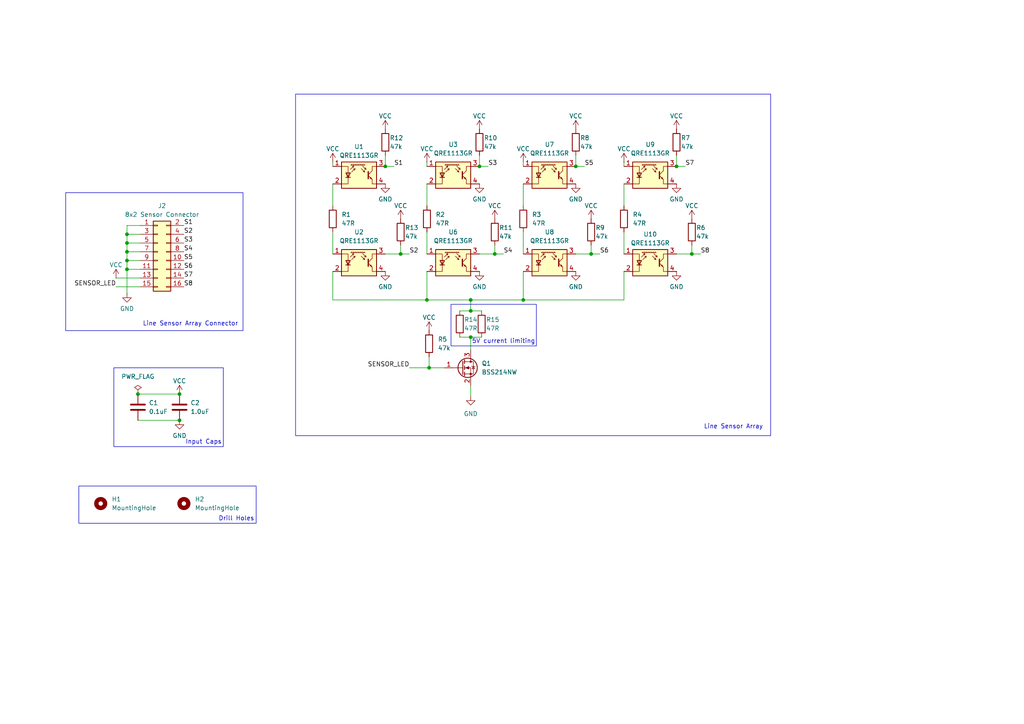
<source format=kicad_sch>
(kicad_sch (version 20231120) (generator "eeschema") (generator_version "8.0")
  (paper "A4")
  (title_block (title "8x Line Sensor Array") (date "2025-03-24") (rev "1") (comment 1 "Designed by Maurice Blake") (comment 2 "EGB220-A10 Sensor Array"))
  (lib_symbols
    (symbol "Connector_Generic:Conn_02x08_Odd_Even" (pin_names (offset 1.016) hide)
      (property "Reference" "J" (at 1.27 10.16 0))
      (property "Value" "Conn_02x08_Odd_Even" (at 1.27 -12.7 0))
      (symbol "Conn_02x08_Odd_Even_1_1"
        (rectangle (start -1.27 -10.033) (end 0 -10.287) (stroke (width 0.1524)))
        (rectangle (start -1.27 -7.493) (end 0 -7.747) (stroke (width 0.1524)))
        (rectangle (start -1.27 -4.953) (end 0 -5.207) (stroke (width 0.1524)))
        (rectangle (start -1.27 -2.413) (end 0 -2.667) (stroke (width 0.1524)))
        (rectangle (start -1.27 0.127) (end 0 -0.127) (stroke (width 0.1524)))
        (rectangle (start -1.27 2.667) (end 0 2.413) (stroke (width 0.1524)))
        (rectangle (start -1.27 5.207) (end 0 4.953) (stroke (width 0.1524)))
        (rectangle (start -1.27 7.747) (end 0 7.493) (stroke (width 0.1524)))
        (rectangle (start -1.27 8.89) (end 3.81 -11.43) (stroke (width 0.254)) (fill (type background)))
        (rectangle (start 3.81 -10.033) (end 2.54 -10.287) (stroke (width 0.1524)))
        (rectangle (start 3.81 -7.493) (end 2.54 -7.747) (stroke (width 0.1524)))
        (rectangle (start 3.81 -4.953) (end 2.54 -5.207) (stroke (width 0.1524)))
        (rectangle (start 3.81 -2.413) (end 2.54 -2.667) (stroke (width 0.1524)))
        (rectangle (start 3.81 0.127) (end 2.54 -0.127) (stroke (width 0.1524)))
        (rectangle (start 3.81 2.667) (end 2.54 2.413) (stroke (width 0.1524)))
        (rectangle (start 3.81 5.207) (end 2.54 4.953) (stroke (width 0.1524)))
        (rectangle (start 3.81 7.747) (end 2.54 7.493) (stroke (width 0.1524)))
        (pin passive line (at -5.08 7.62 0) (length 3.81) (name "Pin_1") (number "1"))
        (pin passive line (at 7.62 -2.54 180) (length 3.81) (name "Pin_10") (number "10"))
        (pin passive line (at -5.08 -5.08 0) (length 3.81) (name "Pin_11") (number "11"))
        (pin passive line (at 7.62 -5.08 180) (length 3.81) (name "Pin_12") (number "12"))
        (pin passive line (at -5.08 -7.62 0) (length 3.81) (name "Pin_13") (number "13"))
        (pin passive line (at 7.62 -7.62 180) (length 3.81) (name "Pin_14") (number "14"))
        (pin passive line (at -5.08 -10.16 0) (length 3.81) (name "Pin_15") (number "15"))
        (pin passive line (at 7.62 -10.16 180) (length 3.81) (name "Pin_16") (number "16"))
        (pin passive line (at 7.62 7.62 180) (length 3.81) (name "Pin_2") (number "2"))
        (pin passive line (at -5.08 5.08 0) (length 3.81) (name "Pin_3") (number "3"))
        (pin passive line (at 7.62 5.08 180) (length 3.81) (name "Pin_4") (number "4"))
        (pin passive line (at -5.08 2.54 0) (length 3.81) (name "Pin_5") (number "5"))
        (pin passive line (at 7.62 2.54 180) (length 3.81) (name "Pin_6") (number "6"))
        (pin passive line (at -5.08 0 0) (length 3.81) (name "Pin_7") (number "7"))
        (pin passive line (at 7.62 0 180) (length 3.81) (name "Pin_8") (number "8"))
        (pin passive line (at -5.08 -2.54 0) (length 3.81) (name "Pin_9") (number "9"))
      )
    )
    (symbol "Device:C" (pin_numbers hide) (pin_names (offset 0.254))
      (property "Reference" "C" (at 0.635 2.54 0))
      (property "Value" "C" (at 0.635 -2.54 0))
      (symbol "C_0_1"
        (polyline (pts (xy -2.032 -0.762) (xy 2.032 -0.762)) (stroke (width 0.508)))
        (polyline (pts (xy -2.032 0.762) (xy 2.032 0.762)) (stroke (width 0.508)))
      )
      (symbol "C_1_1"
        (pin passive line (at 0 3.81 270) (length 2.794) (name "~") (number "1"))
        (pin passive line (at 0 -3.81 90) (length 2.794) (name "~") (number "2"))
      )
    )
    (symbol "Device:R" (pin_numbers hide) (pin_names (offset 0))
      (property "Reference" "R" (at 2.032 0 90))
      (property "Value" "R" (at 0 0 90))
      (symbol "R_0_1"
        (rectangle (start -1.016 -2.54) (end 1.016 2.54) (stroke (width 0.254)))
      )
      (symbol "R_1_1"
        (pin passive line (at 0 3.81 270) (length 1.27) (name "~") (number "1"))
        (pin passive line (at 0 -3.81 90) (length 1.27) (name "~") (number "2"))
      )
    )
    (symbol "Mechanical:MountingHole" (pin_names (offset 1.016)) (exclude_from_sim yes) (in_bom no)
      (property "Reference" "H" (at 0 5.08 0))
      (property "Value" "MountingHole" (at 0 3.175 0))
      (symbol "MountingHole_0_1"
        (circle (center 0 0) (radius 1.27) (stroke (width 1.27)))
      )
    )
    (symbol "Sensor_Proximity:QRE1113GR" (pin_names (offset 0.0254) hide)
      (property "Reference" "U" (at -3.81 5.08 0))
      (property "Value" "QRE1113GR" (at 11.43 5.08 0))
      (symbol "QRE1113GR_0_1"
        (polyline (pts (xy -3.81 -0.635) (xy -2.54 -0.635)) (stroke (width 0.254)))
        (polyline (pts (xy -2.286 2.921) (xy -2.032 3.175)))
        (polyline (pts (xy -1.778 2.921) (xy -1.524 3.175)))
        (polyline (pts (xy -1.524 2.667) (xy -1.651 2.159)))
        (polyline (pts (xy -1.27 2.921) (xy -1.016 3.175)))
        (polyline (pts (xy -1.143 1.905) (xy -1.27 1.397)))
        (polyline (pts (xy -0.762 2.921) (xy -0.508 3.175)))
        (polyline (pts (xy -0.254 2.921) (xy 0 3.175)))
        (polyline (pts (xy 0.254 2.921) (xy 0.508 3.175)))
        (polyline (pts (xy 0.762 2.921) (xy 1.016 3.175)))
        (polyline (pts (xy 1.27 2.921) (xy 1.524 3.175)))
        (polyline (pts (xy 1.651 0.889) (xy 1.143 1.016)))
        (polyline (pts (xy 1.778 2.921) (xy -2.413 2.921)))
        (polyline (pts (xy 2.032 1.651) (xy 1.524 1.778)))
        (polyline (pts (xy 2.667 -0.127) (xy 3.81 -1.27)))
        (polyline (pts (xy 2.667 0.127) (xy 3.81 1.27)))
        (polyline (pts (xy -2.54 1.651) (xy -1.524 2.667) (xy -2.032 2.54)))
        (polyline (pts (xy -2.159 0.889) (xy -1.143 1.905) (xy -1.651 1.778)))
        (polyline (pts (xy 0.635 1.905) (xy 1.651 0.889) (xy 1.524 1.397)))
        (polyline (pts (xy 1.016 2.667) (xy 2.032 1.651) (xy 1.905 2.159)))
        (polyline (pts (xy 2.667 1.016) (xy 2.667 -1.016) (xy 2.667 -1.016)) (stroke (width 0.3556)))
        (polyline (pts (xy 3.81 -1.27) (xy 3.81 -2.54) (xy 5.08 -2.54)))
        (polyline (pts (xy 3.81 1.27) (xy 3.81 2.54) (xy 5.08 2.54)))
        (polyline (pts (xy -5.08 -2.54) (xy -3.175 -2.54) (xy -3.175 2.54) (xy -5.08 2.54)))
        (polyline (pts (xy -3.175 -0.635) (xy -3.81 0.635) (xy -2.54 0.635) (xy -3.175 -0.635)) (stroke (width 0.254)))
        (polyline (pts (xy 3.683 -1.143) (xy 3.429 -0.635) (xy 3.175 -0.889) (xy 3.683 -1.143)))
        (polyline (pts (xy -5.08 -3.81) (xy 5.08 -3.81) (xy 5.08 3.81) (xy -5.08 3.81) (xy -5.08 -3.81)) (stroke (width 0.254)) (fill (type background)))
      )
      (symbol "QRE1113GR_1_1"
        (pin passive line (at -7.62 2.54 0) (length 2.54) (name "A") (number "1"))
        (pin passive line (at -7.62 -2.54 0) (length 2.54) (name "K") (number "2"))
        (pin open_collector line (at 7.62 2.54 180) (length 2.54) (name "~") (number "3"))
        (pin open_emitter line (at 7.62 -2.54 180) (length 2.54) (name "~") (number "4"))
      )
    )
    (symbol "Transistor_FET:BSS214NW" (pin_names hide)
      (property "Reference" "Q" (at 5.08 1.905 0))
      (property "Value" "BSS214NW" (at 5.08 0 0))
      (symbol "BSS214NW_0_1"
        (polyline (pts (xy 0.254 0) (xy -2.54 0)))
        (polyline (pts (xy 0.254 1.905) (xy 0.254 -1.905)) (stroke (width 0.254)))
        (polyline (pts (xy 0.762 -1.27) (xy 0.762 -2.286)) (stroke (width 0.254)))
        (polyline (pts (xy 0.762 0.508) (xy 0.762 -0.508)) (stroke (width 0.254)))
        (polyline (pts (xy 0.762 2.286) (xy 0.762 1.27)) (stroke (width 0.254)))
        (polyline (pts (xy 2.54 2.54) (xy 2.54 1.778)))
        (polyline (pts (xy 2.54 -2.54) (xy 2.54 0) (xy 0.762 0)))
        (polyline (pts (xy 0.762 -1.778) (xy 3.302 -1.778) (xy 3.302 1.778) (xy 0.762 1.778)))
        (polyline (pts (xy 1.016 0) (xy 2.032 0.381) (xy 2.032 -0.381) (xy 1.016 0)) (fill (type outline)))
        (polyline (pts (xy 2.794 0.508) (xy 2.921 0.381) (xy 3.683 0.381) (xy 3.81 0.254)))
        (polyline (pts (xy 3.302 0.381) (xy 2.921 -0.254) (xy 3.683 -0.254) (xy 3.302 0.381)))
        (circle (center 1.651 0) (radius 2.794) (stroke (width 0.254)))
        (circle (center 2.54 -1.778) (radius 0.254) (fill (type outline)))
        (circle (center 2.54 1.778) (radius 0.254) (fill (type outline)))
      )
      (symbol "BSS214NW_1_1"
        (pin input line (at -5.08 0 0) (length 2.54) (name "G") (number "1"))
        (pin passive line (at 2.54 -5.08 90) (length 2.54) (name "S") (number "2"))
        (pin passive line (at 2.54 5.08 270) (length 2.54) (name "D") (number "3"))
      )
    )
    (symbol "power:GND" (power) (pin_numbers hide) (pin_names (offset 0) hide)
      (property "Value" "GND" (at 0 -3.81 0))
      (symbol "GND_0_1"
        (polyline (pts (xy 0 0) (xy 0 -1.27) (xy 1.27 -1.27) (xy 0 -2.54) (xy -1.27 -1.27) (xy 0 -1.27)))
      )
      (symbol "GND_1_1"
        (pin power_in line (at 0 0 270) (length 0) (name "~") (number "1"))
      )
    )
    (symbol "power:PWR_FLAG" (power) (pin_numbers hide) (pin_names (offset 0) hide)
      (property "Value" "PWR_FLAG" (at 0 3.81 0))
      (symbol "PWR_FLAG_0_0"
        (pin power_out line (at 0 0 90) (length 0) (name "~") (number "1"))
      )
      (symbol "PWR_FLAG_0_1"
        (polyline (pts (xy 0 0) (xy 0 1.27) (xy -1.016 1.905) (xy 0 2.54) (xy 1.016 1.905) (xy 0 1.27)))
      )
    )
    (symbol "power:VCC" (power) (pin_numbers hide) (pin_names (offset 0) hide)
      (property "Value" "VCC" (at 0 3.556 0))
      (symbol "VCC_0_1"
        (polyline (pts (xy -0.762 1.27) (xy 0 2.54)))
        (polyline (pts (xy 0 0) (xy 0 2.54)))
        (polyline (pts (xy 0 2.54) (xy 0.762 1.27)))
      )
      (symbol "VCC_1_1"
        (pin power_in line (at 0 0 90) (length 0) (name "~") (number "1"))
      )
    )
  )
  (junction (at 171.45 73.66))
  (junction (at 111.76 48.26))
  (junction (at 136.525 86.995))
  (junction (at 36.83 70.485))
  (junction (at 200.66 73.66))
  (junction (at 136.525 97.79))
  (junction (at 139.065 48.26))
  (junction (at 116.205 73.66))
  (junction (at 123.825 86.995))
  (junction (at 167.005 48.26))
  (junction (at 151.765 86.995))
  (junction (at 40.005 114.3))
  (junction (at 36.83 75.565))
  (junction (at 196.215 48.26))
  (junction (at 143.51 73.66))
  (junction (at 36.83 67.945))
  (junction (at 36.83 78.105))
  (junction (at 52.07 121.92))
  (junction (at 36.83 73.025))
  (junction (at 52.07 114.3))
  (junction (at 136.525 90.17))
  (junction (at 124.46 106.68))
  (wire (pts (xy 136.525 86.995) (xy 151.765 86.995)))
  (wire (pts (xy 133.35 90.17) (xy 136.525 90.17)))
  (wire (pts (xy 171.45 73.66) (xy 173.99 73.66)))
  (wire (pts (xy 167.005 48.26) (xy 169.545 48.26)))
  (wire (pts (xy 123.825 46.99) (xy 123.825 48.26)))
  (wire (pts (xy 151.765 78.74) (xy 151.765 86.995)))
  (wire (pts (xy 196.215 45.085) (xy 196.215 48.26)))
  (wire (pts (xy 136.525 97.79) (xy 139.7 97.79)))
  (wire (pts (xy 143.51 73.66) (xy 146.05 73.66)))
  (wire (pts (xy 36.83 65.405) (xy 40.64 65.405)))
  (wire (pts (xy 133.35 97.79) (xy 136.525 97.79)))
  (wire (pts (xy 136.525 114.935) (xy 136.525 111.76)))
  (wire (pts (xy 40.64 73.025) (xy 36.83 73.025)))
  (wire (pts (xy 136.525 86.995) (xy 136.525 90.17)))
  (wire (pts (xy 111.76 45.085) (xy 111.76 48.26)))
  (wire (pts (xy 151.765 67.31) (xy 151.765 73.66)))
  (wire (pts (xy 124.46 106.68) (xy 124.46 103.505)))
  (wire (pts (xy 180.975 53.34) (xy 180.975 59.69)))
  (wire (pts (xy 136.525 90.17) (xy 139.7 90.17)))
  (wire (pts (xy 123.825 86.995) (xy 136.525 86.995)))
  (wire (pts (xy 36.83 70.485) (xy 40.64 70.485)))
  (wire (pts (xy 200.66 73.66) (xy 203.2 73.66)))
  (wire (pts (xy 167.005 45.085) (xy 167.005 48.26)))
  (wire (pts (xy 180.975 86.995) (xy 151.765 86.995)))
  (wire (pts (xy 171.45 73.66) (xy 167.005 73.66)))
  (wire (pts (xy 40.005 114.3) (xy 52.07 114.3)))
  (wire (pts (xy 139.065 73.66) (xy 143.51 73.66)))
  (wire (pts (xy 123.825 78.74) (xy 123.825 86.995)))
  (wire (pts (xy 180.975 67.31) (xy 180.975 73.66)))
  (wire (pts (xy 171.45 71.12) (xy 171.45 73.66)))
  (wire (pts (xy 111.76 73.66) (xy 116.205 73.66)))
  (wire (pts (xy 128.905 106.68) (xy 124.46 106.68)))
  (wire (pts (xy 200.66 73.66) (xy 196.215 73.66)))
  (wire (pts (xy 180.975 78.74) (xy 180.975 86.995)))
  (wire (pts (xy 36.83 70.485) (xy 36.83 73.025)))
  (wire (pts (xy 116.205 73.66) (xy 118.745 73.66)))
  (wire (pts (xy 96.52 86.995) (xy 123.825 86.995)))
  (wire (pts (xy 36.83 67.945) (xy 40.64 67.945)))
  (wire (pts (xy 36.83 73.025) (xy 36.83 75.565)))
  (wire (pts (xy 136.525 97.79) (xy 136.525 101.6)))
  (wire (pts (xy 96.52 67.31) (xy 96.52 73.66)))
  (wire (pts (xy 33.655 80.645) (xy 40.64 80.645)))
  (wire (pts (xy 36.83 75.565) (xy 40.64 75.565)))
  (wire (pts (xy 96.52 46.99) (xy 96.52 48.26)))
  (wire (pts (xy 40.005 121.92) (xy 52.07 121.92)))
  (wire (pts (xy 180.975 46.99) (xy 180.975 48.26)))
  (wire (pts (xy 151.765 53.34) (xy 151.765 59.69)))
  (wire (pts (xy 151.765 46.99) (xy 151.765 48.26)))
  (wire (pts (xy 139.065 48.26) (xy 141.605 48.26)))
  (wire (pts (xy 123.825 67.31) (xy 123.825 73.66)))
  (wire (pts (xy 118.745 106.68) (xy 124.46 106.68)))
  (wire (pts (xy 36.83 78.105) (xy 40.64 78.105)))
  (wire (pts (xy 139.065 45.085) (xy 139.065 48.26)))
  (wire (pts (xy 200.66 71.12) (xy 200.66 73.66)))
  (wire (pts (xy 33.655 83.185) (xy 40.64 83.185)))
  (wire (pts (xy 36.83 67.945) (xy 36.83 65.405)))
  (wire (pts (xy 196.215 48.26) (xy 198.755 48.26)))
  (wire (pts (xy 116.205 71.12) (xy 116.205 73.66)))
  (wire (pts (xy 114.3 48.26) (xy 111.76 48.26)))
  (wire (pts (xy 36.83 70.485) (xy 36.83 67.945)))
  (wire (pts (xy 36.83 78.105) (xy 36.83 85.09)))
  (wire (pts (xy 143.51 71.12) (xy 143.51 73.66)))
  (wire (pts (xy 36.83 75.565) (xy 36.83 78.105)))
  (wire (pts (xy 123.825 53.34) (xy 123.825 59.69)))
  (wire (pts (xy 96.52 53.34) (xy 96.52 59.69)))
  (wire (pts (xy 96.52 78.74) (xy 96.52 86.995)))
  (rectangle (start 33.02 106.68) (end 64.77 129.54))
  (rectangle (start 130.81 88.265) (end 155.575 100.33))
  (rectangle (start 22.86 140.97) (end 74.295 151.765))
  (rectangle (start 19.05 55.88) (end 70.485 95.885))
  (rectangle (start 85.725 27.305) (end 223.52 126.365))
  (text "Input Caps\n" (at 59.055 128.27 0) (effects (font (size 1.27 1.27))))
  (text "5V current limiting" (at 146.05 99.06 0) (effects (font (size 1.27 1.27))))
  (text "Line Sensor Array Connector\n" (at 55.245 93.98 0) (effects (font (size 1.27 1.27))))
  (text "Drill Holes\n" (at 68.58 150.495 0) (effects (font (size 1.27 1.27))))
  (text "Line Sensor Array" (at 212.725 123.825 0) (effects (font (size 1.27 1.27))))
  (label "S1" (at 114.3 48.26 0))
  (label "S8" (at 53.34 83.185 0))
  (label "S2" (at 118.745 73.66 0))
  (label "S6" (at 53.34 78.105 0))
  (label "S7" (at 198.755 48.26 0))
  (label "S5" (at 53.34 75.565 0))
  (label "S3" (at 141.605 48.26 0))
  (label "SENSOR_LED" (at 118.745 106.68 180))
  (label "S3" (at 53.34 70.485 0))
  (label "S5" (at 169.545 48.26 0))
  (label "S6" (at 173.99 73.66 0))
  (label "S7" (at 53.34 80.645 0))
  (label "S2" (at 53.34 67.945 0))
  (label "S8" (at 203.2 73.66 0))
  (label "S1" (at 53.34 65.405 0))
  (label "S4" (at 146.05 73.66 0))
  (label "SENSOR_LED" (at 33.655 83.185 180))
  (label "S4" (at 53.34 73.025 0))
  (symbol (lib_id "Mechanical:MountingHole") (at 29.21 146.05 0) (unit 1) (exclude_from_sim yes) (in_bom no)
    (property "Reference" "H1" (at 32.385 144.7799 0) (effects (justify left)))
    (property "Value" "MountingHole" (at 32.385 147.3199 0) (effects (justify left)))
    (property "Footprint" "MountingHole:MountingHole_2.2mm_M2" (effects (hide yes)))
    (property "Description" "Mounting Hole without connection" (effects (hide yes)))
  )
  (symbol (lib_id "Device:C") (at 52.07 118.11 180) (unit 1)
    (property "Reference" "C2" (at 55.245 116.8399 0) (effects (justify right)))
    (property "Value" "1.0uF" (at 55.245 119.3799 0) (effects (justify right)))
    (property "Footprint" "Capacitor_SMD:C_0805_2012Metric" (effects (hide yes)))
    (property "Description" "Unpolarized capacitor" (effects (hide yes)))
    (property "DigiKeyPartNumber" "1276-1029-2-ND" (effects (hide yes)))
  )
  (symbol (lib_id "Device:R") (at 151.765 63.5 0) (unit 1)
    (property "Reference" "R3" (at 154.305 62.2299 0) (effects (justify left)))
    (property "Value" "47R" (at 154.305 64.7699 0) (effects (justify left)))
    (property "Footprint" "Resistor_SMD:R_0805_2012Metric" (effects (hide yes)))
    (property "Description" "Resistor" (effects (hide yes)))
    (property "DigiKeyPartNumber" "RMCF0805JT47R0TR-ND" (effects (hide yes)))
  )
  (symbol (lib_id "power:VCC") (at 116.205 63.5 0) (unit 1)
    (property "Reference" "#PWR018" (effects (hide yes)))
    (property "Value" "VCC" (at 116.205 59.69 0))
    (property "Description" "Power symbol creates a global label with name \"VCC\"" (effects (hide yes)))
  )
  (symbol (lib_id "power:VCC") (at 123.825 46.99 0) (unit 1)
    (property "Reference" "#PWR012" (effects (hide yes)))
    (property "Value" "VCC" (at 123.825 43.18 0))
    (property "Description" "Power symbol creates a global label with name \"VCC\"" (effects (hide yes)))
  )
  (symbol (lib_id "power:GND") (at 139.065 53.34 0) (unit 1)
    (property "Reference" "#PWR04" (effects (hide yes)))
    (property "Value" "GND" (at 139.065 57.785 0))
    (property "Description" "Power symbol creates a global label with name \"GND\" , ground" (effects (hide yes)))
  )
  (symbol (lib_id "power:VCC") (at 52.07 114.3 0) (unit 1)
    (property "Reference" "#PWR027" (effects (hide yes)))
    (property "Value" "VCC" (at 52.07 110.49 0))
    (property "Description" "Power symbol creates a global label with name \"VCC\"" (effects (hide yes)))
  )
  (symbol (lib_id "Device:R") (at 96.52 63.5 0) (unit 1)
    (property "Reference" "R1" (at 99.06 62.2299 0) (effects (justify left)))
    (property "Value" "47R" (at 99.06 64.7699 0) (effects (justify left)))
    (property "Footprint" "Resistor_SMD:R_0805_2012Metric" (effects (hide yes)))
    (property "Description" "Resistor" (effects (hide yes)))
    (property "DigiKeyPartNumber" "RMCF0805JT47R0TR-ND" (effects (hide yes)))
  )
  (symbol (lib_id "power:VCC") (at 96.52 46.99 0) (unit 1)
    (property "Reference" "#PWR011" (effects (hide yes)))
    (property "Value" "VCC" (at 96.52 43.18 0))
    (property "Description" "Power symbol creates a global label with name \"VCC\"" (effects (hide yes)))
  )
  (symbol (lib_id "Device:R") (at 123.825 63.5 0) (unit 1)
    (property "Reference" "R2" (at 126.365 62.2299 0) (effects (justify left)))
    (property "Value" "47R" (at 126.365 64.7699 0) (effects (justify left)))
    (property "Footprint" "Resistor_SMD:R_0805_2012Metric" (effects (hide yes)))
    (property "Description" "Resistor" (effects (hide yes)))
    (property "DigiKeyPartNumber" "RMCF0805JT47R0TR-ND" (effects (hide yes)))
  )
  (symbol (lib_id "Device:R") (at 133.35 93.98 0) (unit 1)
    (property "Reference" "R14" (at 134.62 92.71 0) (effects (justify left)))
    (property "Value" "47R" (at 134.62 95.25 0) (effects (justify left)))
    (property "Footprint" "Resistor_SMD:R_0805_2012Metric" (effects (hide yes)))
    (property "Description" "Resistor" (effects (hide yes)))
    (property "DigiKeyPartNumber" "RMCF0805JT47R0TR-ND" (effects (hide yes)))
  )
  (symbol (lib_id "Device:R") (at 143.51 67.31 0) (unit 1)
    (property "Reference" "R11" (at 144.78 66.04 0) (effects (justify left)))
    (property "Value" "47k" (at 144.78 68.58 0) (effects (justify left)))
    (property "Footprint" "Resistor_SMD:R_0805_2012Metric" (effects (hide yes)))
    (property "Description" "Resistor" (effects (hide yes)))
    (property "DigiKeyPartNumber" "RMCF0805JT47K0TR-ND" (effects (hide yes)))
  )
  (symbol (lib_id "power:VCC") (at 143.51 63.5 0) (unit 1)
    (property "Reference" "#PWR017" (effects (hide yes)))
    (property "Value" "VCC" (at 143.51 59.69 0))
    (property "Description" "Power symbol creates a global label with name \"VCC\"" (effects (hide yes)))
  )
  (symbol (lib_id "power:GND") (at 52.07 121.92 0) (unit 1)
    (property "Reference" "#PWR026" (effects (hide yes)))
    (property "Value" "GND" (at 52.07 126.365 0))
    (property "Description" "Power symbol creates a global label with name \"GND\" , ground" (effects (hide yes)))
  )
  (symbol (lib_id "Sensor_Proximity:QRE1113GR") (at 159.385 76.2 0) (unit 1)
    (property "Reference" "U8" (at 159.385 67.31 0))
    (property "Value" "QRE1113GR" (at 159.385 69.85 0))
    (property "Footprint" "OptoDevice:OnSemi_CASE100CY" (effects (hide yes)))
    (property "Datasheet" "http://www.onsemi.com/pub/Collateral/QRE1113-D.PDF" (effects (hide yes)))
    (property "Description" "Miniature Reflective Optical Object Sensor, SMD-4" (effects (hide yes)))
  )
  (symbol (lib_id "power:VCC") (at 180.975 46.99 0) (unit 1)
    (property "Reference" "#PWR014" (effects (hide yes)))
    (property "Value" "VCC" (at 180.975 43.18 0))
    (property "Description" "Power symbol creates a global label with name \"VCC\"" (effects (hide yes)))
  )
  (symbol (lib_id "Device:R") (at 167.005 41.275 0) (unit 1)
    (property "Reference" "R8" (at 168.275 40.005 0) (effects (justify left)))
    (property "Value" "47k" (at 168.275 42.545 0) (effects (justify left)))
    (property "Footprint" "Resistor_SMD:R_0805_2012Metric" (effects (hide yes)))
    (property "Description" "Resistor" (effects (hide yes)))
    (property "DigiKeyPartNumber" "RMCF0805JT47K0TR-ND" (effects (hide yes)))
  )
  (symbol (lib_id "Device:R") (at 116.205 67.31 0) (unit 1)
    (property "Reference" "R13" (at 117.475 66.04 0) (effects (justify left)))
    (property "Value" "47k" (at 117.475 68.58 0) (effects (justify left)))
    (property "Footprint" "Resistor_SMD:R_0805_2012Metric" (effects (hide yes)))
    (property "Description" "Resistor" (effects (hide yes)))
    (property "DigiKeyPartNumber" "RMCF0805JT47K0TR-ND" (effects (hide yes)))
  )
  (symbol (lib_id "Device:R") (at 180.975 63.5 0) (unit 1)
    (property "Reference" "R4" (at 183.515 62.2299 0) (effects (justify left)))
    (property "Value" "47R" (at 183.515 64.7699 0) (effects (justify left)))
    (property "Footprint" "Resistor_SMD:R_0805_2012Metric" (effects (hide yes)))
    (property "Description" "Resistor" (effects (hide yes)))
    (property "DigiKeyPartNumber" "RMCF0805JT47R0TR-ND" (effects (hide yes)))
  )
  (symbol (lib_id "power:GND") (at 136.525 114.935 0) (unit 1)
    (property "Reference" "#PWR01" (effects (hide yes)))
    (property "Value" "GND" (at 136.525 120.015 0))
    (property "Description" "Power symbol creates a global label with name \"GND\" , ground" (effects (hide yes)))
  )
  (symbol (lib_id "Sensor_Proximity:QRE1113GR") (at 104.14 50.8 0) (unit 1)
    (property "Reference" "U1" (at 104.14 42.545 0))
    (property "Value" "QRE1113GR" (at 104.14 45.085 0))
    (property "Footprint" "OptoDevice:OnSemi_CASE100CY" (effects (hide yes)))
    (property "Datasheet" "http://www.onsemi.com/pub/Collateral/QRE1113-D.PDF" (effects (hide yes)))
    (property "Description" "Miniature Reflective Optical Object Sensor, SMD-4" (effects (hide yes)))
  )
  (symbol (lib_id "power:GND") (at 196.215 53.34 0) (unit 1)
    (property "Reference" "#PWR06" (effects (hide yes)))
    (property "Value" "GND" (at 196.215 57.785 0))
    (property "Description" "Power symbol creates a global label with name \"GND\" , ground" (effects (hide yes)))
  )
  (symbol (lib_id "Connector_Generic:Conn_02x08_Odd_Even") (at 45.72 73.025 0) (unit 1)
    (property "Reference" "J2" (at 46.99 59.69 0))
    (property "Value" "8x2 Sensor Connector" (at 46.99 62.23 0))
    (property "Footprint" "Connector_PinHeader_2.54mm:PinHeader_2x08_P2.54mm_Vertical" (effects (hide yes)))
    (property "Description" "Generic connector, double row, 02x08, odd/even pin numbering scheme (row 1 odd numbers, row 2 even numbers), script generated (kicad-library-utils/schlib/autogen/connector/)" (effects (hide yes)))
  )
  (symbol (lib_id "Transistor_FET:BSS214NW") (at 133.985 106.68 0) (unit 1)
    (property "Reference" "Q1" (at 139.7 105.4099 0) (effects (justify left)))
    (property "Value" "BSS214NW" (at 139.7 107.9499 0) (effects (justify left)))
    (property "Footprint" "Package_TO_SOT_SMD:SOT-323_SC-70" (effects (hide yes)))
    (property "Datasheet" "https://www.infineon.com/dgdl/Infineon-BSS214NW-DS-v02_02-en.pdf?fileId=db3a30431b3e89eb011b695aebc01bde" (effects (hide yes)))
    (property "Description" "20V Vds, 1.5A Id, N-Channel MOSFET, SOT-323" (effects (hide yes)))
    (property "DigiKeyPartNumber" "QRE1113GRTR-ND" (effects (hide yes)))
  )
  (symbol (lib_id "Device:R") (at 171.45 67.31 0) (unit 1)
    (property "Reference" "R9" (at 172.72 66.04 0) (effects (justify left)))
    (property "Value" "47k" (at 172.72 68.58 0) (effects (justify left)))
    (property "Footprint" "Resistor_SMD:R_0805_2012Metric" (effects (hide yes)))
    (property "Description" "Resistor" (effects (hide yes)))
    (property "DigiKeyPartNumber" "RMCF0805JT47K0TR-ND" (effects (hide yes)))
  )
  (symbol (lib_id "power:VCC") (at 151.765 46.99 0) (unit 1)
    (property "Reference" "#PWR013" (effects (hide yes)))
    (property "Value" "VCC" (at 151.765 43.18 0))
    (property "Description" "Power symbol creates a global label with name \"VCC\"" (effects (hide yes)))
  )
  (symbol (lib_id "power:VCC") (at 196.215 37.465 0) (unit 1)
    (property "Reference" "#PWR022" (effects (hide yes)))
    (property "Value" "VCC" (at 196.215 33.655 0))
    (property "Description" "Power symbol creates a global label with name \"VCC\"" (effects (hide yes)))
  )
  (symbol (lib_id "power:GND") (at 139.065 78.74 0) (unit 1)
    (property "Reference" "#PWR09" (effects (hide yes)))
    (property "Value" "GND" (at 139.065 83.185 0))
    (property "Description" "Power symbol creates a global label with name \"GND\" , ground" (effects (hide yes)))
  )
  (symbol (lib_id "Sensor_Proximity:QRE1113GR") (at 131.445 76.2 0) (unit 1)
    (property "Reference" "U6" (at 131.445 67.31 0))
    (property "Value" "QRE1113GR" (at 131.445 69.85 0))
    (property "Footprint" "OptoDevice:OnSemi_CASE100CY" (effects (hide yes)))
    (property "Datasheet" "http://www.onsemi.com/pub/Collateral/QRE1113-D.PDF" (effects (hide yes)))
    (property "Description" "Miniature Reflective Optical Object Sensor, SMD-4" (effects (hide yes)))
  )
  (symbol (lib_id "Device:R") (at 139.7 93.98 0) (unit 1)
    (property "Reference" "R15" (at 140.97 92.71 0) (effects (justify left)))
    (property "Value" "47R" (at 140.97 95.25 0) (effects (justify left)))
    (property "Footprint" "Resistor_SMD:R_0805_2012Metric" (effects (hide yes)))
    (property "Description" "Resistor" (effects (hide yes)))
    (property "DigiKeyPartNumber" "RMCF0805JT47R0TR-ND" (effects (hide yes)))
  )
  (symbol (lib_id "Sensor_Proximity:QRE1113GR") (at 188.595 76.2 0) (unit 1)
    (property "Reference" "U10" (at 188.595 67.945 0))
    (property "Value" "QRE1113GR" (at 188.595 70.485 0))
    (property "Footprint" "OptoDevice:OnSemi_CASE100CY" (effects (hide yes)))
    (property "Datasheet" "http://www.onsemi.com/pub/Collateral/QRE1113-D.PDF" (effects (hide yes)))
    (property "Description" "Miniature Reflective Optical Object Sensor, SMD-4" (effects (hide yes)))
  )
  (symbol (lib_id "power:VCC") (at 124.46 95.885 0) (unit 1)
    (property "Reference" "#PWR02" (effects (hide yes)))
    (property "Value" "VCC" (at 124.46 92.075 0))
    (property "Description" "Power symbol creates a global label with name \"VCC\"" (effects (hide yes)))
  )
  (symbol (lib_id "Device:R") (at 139.065 41.275 0) (unit 1)
    (property "Reference" "R10" (at 140.335 40.005 0) (effects (justify left)))
    (property "Value" "47k" (at 140.335 42.545 0) (effects (justify left)))
    (property "Footprint" "Resistor_SMD:R_0805_2012Metric" (effects (hide yes)))
    (property "Description" "Resistor" (effects (hide yes)))
    (property "DigiKeyPartNumber" "RMCF0805JT47K0TR-ND" (effects (hide yes)))
  )
  (symbol (lib_id "power:GND") (at 111.76 78.74 0) (unit 1)
    (property "Reference" "#PWR010" (effects (hide yes)))
    (property "Value" "GND" (at 111.76 83.185 0))
    (property "Description" "Power symbol creates a global label with name \"GND\" , ground" (effects (hide yes)))
  )
  (symbol (lib_id "Sensor_Proximity:QRE1113GR") (at 104.14 76.2 0) (unit 1)
    (property "Reference" "U2" (at 104.14 67.31 0))
    (property "Value" "QRE1113GR" (at 104.14 69.85 0))
    (property "Footprint" "OptoDevice:OnSemi_CASE100CY" (effects (hide yes)))
    (property "Datasheet" "http://www.onsemi.com/pub/Collateral/QRE1113-D.PDF" (effects (hide yes)))
    (property "Description" "Miniature Reflective Optical Object Sensor, SMD-4" (effects (hide yes)))
  )
  (symbol (lib_id "power:GND") (at 36.83 85.09 0) (unit 1)
    (property "Reference" "#PWR023" (effects (hide yes)))
    (property "Value" "GND" (at 36.83 89.535 0))
    (property "Description" "Power symbol creates a global label with name \"GND\" , ground" (effects (hide yes)))
  )
  (symbol (lib_id "Sensor_Proximity:QRE1113GR") (at 159.385 50.8 0) (unit 1)
    (property "Reference" "U7" (at 159.385 41.91 0))
    (property "Value" "QRE1113GR" (at 159.385 44.45 0))
    (property "Footprint" "OptoDevice:OnSemi_CASE100CY" (effects (hide yes)))
    (property "Datasheet" "http://www.onsemi.com/pub/Collateral/QRE1113-D.PDF" (effects (hide yes)))
    (property "Description" "Miniature Reflective Optical Object Sensor, SMD-4" (effects (hide yes)))
  )
  (symbol (lib_id "power:VCC") (at 167.005 37.465 0) (unit 1)
    (property "Reference" "#PWR021" (effects (hide yes)))
    (property "Value" "VCC" (at 167.005 33.655 0))
    (property "Description" "Power symbol creates a global label with name \"VCC\"" (effects (hide yes)))
  )
  (symbol (lib_id "power:GND") (at 167.005 78.74 0) (unit 1)
    (property "Reference" "#PWR08" (effects (hide yes)))
    (property "Value" "GND" (at 167.005 83.185 0))
    (property "Description" "Power symbol creates a global label with name \"GND\" , ground" (effects (hide yes)))
  )
  (symbol (lib_id "Sensor_Proximity:QRE1113GR") (at 131.445 50.8 0) (unit 1)
    (property "Reference" "U3" (at 131.445 41.91 0))
    (property "Value" "QRE1113GR" (at 131.445 44.45 0))
    (property "Footprint" "OptoDevice:OnSemi_CASE100CY" (effects (hide yes)))
    (property "Datasheet" "http://www.onsemi.com/pub/Collateral/QRE1113-D.PDF" (effects (hide yes)))
    (property "Description" "Miniature Reflective Optical Object Sensor, SMD-4" (effects (hide yes)))
  )
  (symbol (lib_id "power:VCC") (at 33.655 80.645 0) (unit 1)
    (property "Reference" "#PWR024" (effects (hide yes)))
    (property "Value" "VCC" (at 33.655 76.835 0))
    (property "Description" "Power symbol creates a global label with name \"VCC\"" (effects (hide yes)))
  )
  (symbol (lib_id "Device:C") (at 40.005 118.11 180) (unit 1)
    (property "Reference" "C1" (at 43.18 116.8399 0) (effects (justify right)))
    (property "Value" "0.1uF" (at 43.18 119.3799 0) (effects (justify right)))
    (property "Footprint" "Capacitor_SMD:C_0805_2012Metric" (effects (hide yes)))
    (property "Description" "Unpolarized capacitor" (effects (hide yes)))
    (property "DigiKeyPartNumber" "478-KGM21NR71H104KTTR-ND" (effects (hide yes)))
  )
  (symbol (lib_id "power:GND") (at 111.76 53.34 0) (unit 1)
    (property "Reference" "#PWR03" (effects (hide yes)))
    (property "Value" "GND" (at 111.76 57.785 0))
    (property "Description" "Power symbol creates a global label with name \"GND\" , ground" (effects (hide yes)))
  )
  (symbol (lib_id "Device:R") (at 111.76 41.275 0) (unit 1)
    (property "Reference" "R12" (at 113.03 40.005 0) (effects (justify left)))
    (property "Value" "47k" (at 113.03 42.545 0) (effects (justify left)))
    (property "Footprint" "Resistor_SMD:R_0805_2012Metric" (effects (hide yes)))
    (property "Description" "Resistor" (effects (hide yes)))
    (property "DigiKeyPartNumber" "RMCF0805JT47K0TR-ND" (effects (hide yes)))
  )
  (symbol (lib_id "power:PWR_FLAG") (at 40.005 114.3 0) (unit 1)
    (property "Reference" "#FLG01" (effects (hide yes)))
    (property "Value" "PWR_FLAG" (at 40.005 109.22 0))
    (property "Description" "Special symbol for telling ERC where power comes from" (effects (hide yes)))
  )
  (symbol (lib_id "Device:R") (at 196.215 41.275 0) (unit 1)
    (property "Reference" "R7" (at 197.485 40.005 0) (effects (justify left)))
    (property "Value" "47k" (at 197.485 42.545 0) (effects (justify left)))
    (property "Footprint" "Resistor_SMD:R_0805_2012Metric" (effects (hide yes)))
    (property "Description" "Resistor" (effects (hide yes)))
    (property "DigiKeyPartNumber" "RMCF0805JT47K0TR-ND" (effects (hide yes)))
  )
  (symbol (lib_id "power:VCC") (at 139.065 37.465 0) (unit 1)
    (property "Reference" "#PWR020" (effects (hide yes)))
    (property "Value" "VCC" (at 139.065 33.655 0))
    (property "Description" "Power symbol creates a global label with name \"VCC\"" (effects (hide yes)))
  )
  (symbol (lib_id "power:VCC") (at 171.45 63.5 0) (unit 1)
    (property "Reference" "#PWR015" (effects (hide yes)))
    (property "Value" "VCC" (at 171.45 59.69 0))
    (property "Description" "Power symbol creates a global label with name \"VCC\"" (effects (hide yes)))
  )
  (symbol (lib_id "power:GND") (at 196.215 78.74 0) (unit 1)
    (property "Reference" "#PWR07" (effects (hide yes)))
    (property "Value" "GND" (at 196.215 83.185 0))
    (property "Description" "Power symbol creates a global label with name \"GND\" , ground" (effects (hide yes)))
  )
  (symbol (lib_id "Device:R") (at 200.66 67.31 0) (unit 1)
    (property "Reference" "R6" (at 201.93 66.04 0) (effects (justify left)))
    (property "Value" "47k" (at 201.93 68.58 0) (effects (justify left)))
    (property "Footprint" "Resistor_SMD:R_0805_2012Metric" (effects (hide yes)))
    (property "Description" "Resistor" (effects (hide yes)))
    (property "DigiKeyPartNumber" "RMCF0805JT47K0TR-ND" (effects (hide yes)))
  )
  (symbol (lib_id "Device:R") (at 124.46 99.695 0) (unit 1)
    (property "Reference" "R5" (at 127 98.4249 0) (effects (justify left)))
    (property "Value" "47k" (at 127 100.9649 0) (effects (justify left)))
    (property "Footprint" "Resistor_SMD:R_0805_2012Metric" (effects (hide yes)))
    (property "Description" "Resistor" (effects (hide yes)))
    (property "DigiKeyPartNumber" "RMCF0805JT47K0TR-ND" (effects (hide yes)))
  )
  (symbol (lib_id "power:VCC") (at 200.66 63.5 0) (unit 1)
    (property "Reference" "#PWR016" (effects (hide yes)))
    (property "Value" "VCC" (at 200.66 59.69 0))
    (property "Description" "Power symbol creates a global label with name \"VCC\"" (effects (hide yes)))
  )
  (symbol (lib_id "power:VCC") (at 111.76 37.465 0) (unit 1)
    (property "Reference" "#PWR019" (effects (hide yes)))
    (property "Value" "VCC" (at 111.76 33.655 0))
    (property "Description" "Power symbol creates a global label with name \"VCC\"" (effects (hide yes)))
  )
  (symbol (lib_id "Mechanical:MountingHole") (at 53.34 146.05 0) (unit 1) (exclude_from_sim yes) (in_bom no)
    (property "Reference" "H2" (at 56.515 144.7799 0) (effects (justify left)))
    (property "Value" "MountingHole" (at 56.515 147.3199 0) (effects (justify left)))
    (property "Footprint" "MountingHole:MountingHole_2.2mm_M2" (effects (hide yes)))
    (property "Description" "Mounting Hole without connection" (effects (hide yes)))
  )
  (symbol (lib_id "Sensor_Proximity:QRE1113GR") (at 188.595 50.8 0) (unit 1)
    (property "Reference" "U9" (at 188.595 41.91 0))
    (property "Value" "QRE1113GR" (at 188.595 44.45 0))
    (property "Footprint" "OptoDevice:OnSemi_CASE100CY" (effects (hide yes)))
    (property "Datasheet" "http://www.onsemi.com/pub/Collateral/QRE1113-D.PDF" (effects (hide yes)))
    (property "Description" "Miniature Reflective Optical Object Sensor, SMD-4" (effects (hide yes)))
  )
  (symbol (lib_id "power:GND") (at 167.005 53.34 0) (unit 1)
    (property "Reference" "#PWR05" (effects (hide yes)))
    (property "Value" "GND" (at 167.005 57.785 0))
    (property "Description" "Power symbol creates a global label with name \"GND\" , ground" (effects (hide yes)))
  )
)
</source>
